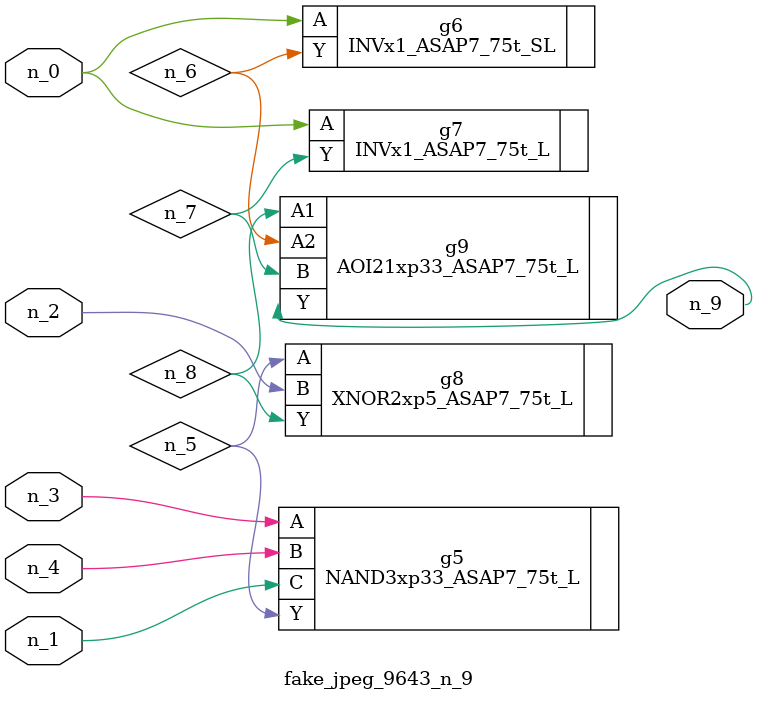
<source format=v>
module fake_jpeg_9643_n_9 (n_3, n_2, n_1, n_0, n_4, n_9);

input n_3;
input n_2;
input n_1;
input n_0;
input n_4;

output n_9;

wire n_8;
wire n_6;
wire n_5;
wire n_7;

NAND3xp33_ASAP7_75t_L g5 ( 
.A(n_3),
.B(n_4),
.C(n_1),
.Y(n_5)
);

INVx1_ASAP7_75t_SL g6 ( 
.A(n_0),
.Y(n_6)
);

INVx1_ASAP7_75t_L g7 ( 
.A(n_0),
.Y(n_7)
);

XNOR2xp5_ASAP7_75t_L g8 ( 
.A(n_5),
.B(n_2),
.Y(n_8)
);

AOI21xp33_ASAP7_75t_L g9 ( 
.A1(n_8),
.A2(n_6),
.B(n_7),
.Y(n_9)
);


endmodule
</source>
